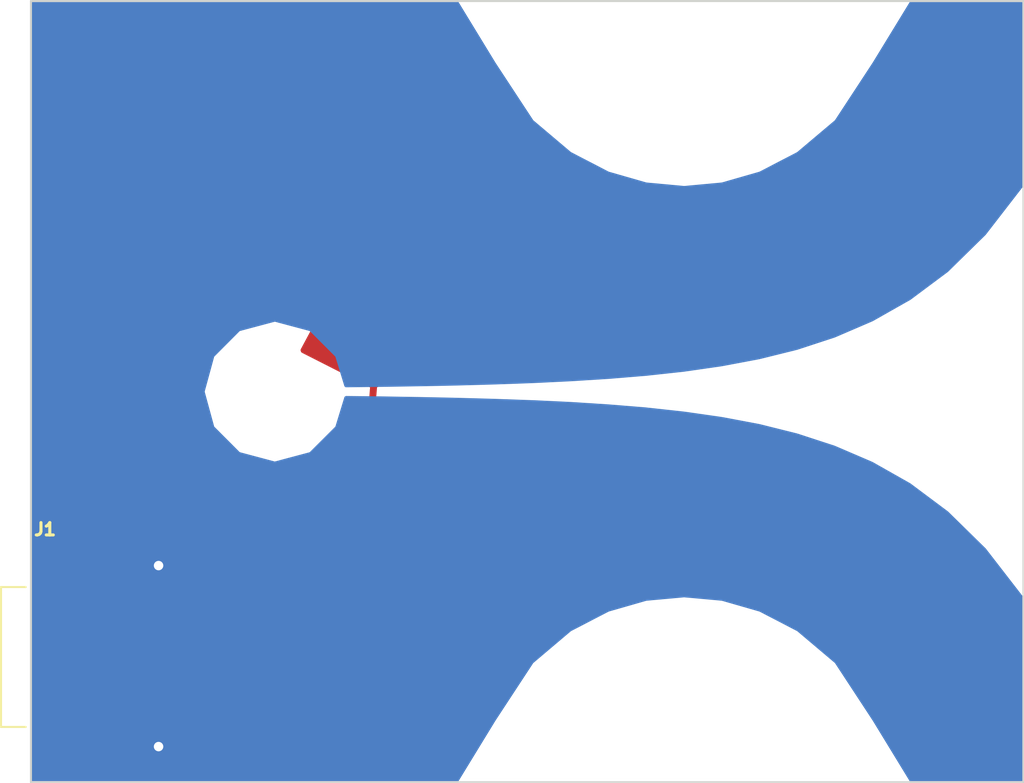
<source format=kicad_pcb>
(kicad_pcb (version 3) (host pcbnew "(2023)-stable")

  (general
    (links 3)
    (no_connects 0)
    (area 176.777649 117.627399 226.812607 156.536492)
    (thickness 1.6)
    (drawings 5)
    (tracks 6)
    (zones 0)
    (modules 1)
    (nets 3)
  )

  (page A3)
  (layers
    (15 F.Cu signal)
    (0 B.Cu signal)
    (16 B.Adhes user)
    (17 F.Adhes user)
    (18 B.Paste user)
    (19 F.Paste user)
    (20 B.SilkS user)
    (21 F.SilkS user)
    (22 B.Mask user)
    (23 F.Mask user)
    (24 Dwgs.User user)
    (25 Cmts.User user)
    (26 Eco1.User user)
    (27 Eco2.User user)
    (28 Edge.Cuts user)
  )

  (setup
    (last_trace_width 0.254)
    (trace_clearance 0.254)
    (zone_clearance 0)
    (zone_45_only no)
    (trace_min 0.254)
    (segment_width 0.2)
    (edge_width 0.1)
    (via_size 0.889)
    (via_drill 0.635)
    (via_min_size 0.889)
    (via_min_drill 0.508)
    (user_via 0.97 0.46)
    (uvia_size 0.508)
    (uvia_drill 0.127)
    (uvias_allowed no)
    (uvia_min_size 0.508)
    (uvia_min_drill 0.127)
    (pcb_text_width 0.3)
    (pcb_text_size 1.5 1.5)
    (mod_edge_width 0.15)
    (mod_text_size 1 1)
    (mod_text_width 0.15)
    (pad_size 1.5 1.5)
    (pad_drill 0.6)
    (pad_to_mask_clearance 0)
    (aux_axis_origin 0 0)
    (visible_elements FFFFFFBF)
    (pcbplotparams
      (layerselection 271613953)
      (usegerberextensions true)
      (excludeedgelayer true)
      (linewidth 0.150000)
      (plotframeref false)
      (viasonmask false)
      (mode 1)
      (useauxorigin false)
      (hpglpennumber 1)
      (hpglpenspeed 20)
      (hpglpendiameter 15)
      (hpglpenoverlay 2)
      (psnegative false)
      (psa4output false)
      (plotreference true)
      (plotvalue true)
      (plotothertext true)
      (plotinvisibletext false)
      (padsonsilk false)
      (subtractmaskfromsilk false)
      (outputformat 1)
      (mirror false)
      (drillshape 0)
      (scaleselection 1)
      (outputdirectory ../BOM/))
  )

  (net 0 "")
  (net 1 GND)
  (net 2 N-00000240)

  (net_class Default "This is the default net class."
    (clearance 0.254)
    (trace_width 0.254)
    (via_dia 0.889)
    (via_drill 0.635)
    (uvia_dia 0.508)
    (uvia_drill 0.127)
    (add_net "")
    (add_net GND)
    (add_net N-00000240)
  )

  (module SMA_H (layer F.Cu) (tedit 59F73991) (tstamp 59F78F12)
    (at 181.08168 149.57298 180)
    (path /55F3CC96/55F2FD83)
    (attr smd)
    (fp_text reference J1 (at 1.85928 6.20522 180) (layer F.SilkS)
      (effects (font (size 0.6 0.6) (thickness 0.15)))
    )
    (fp_text value SMA_H (at 0 6.096 180) (layer F.SilkS) hide
      (effects (font (size 1 1) (thickness 0.2)))
    )
    (fp_line (start 4.0005 -3.40106) (end 4.0005 3.40106) (layer F.SilkS) (width 0.09906))
    (fp_line (start 4.0005 3.40106) (end 2.79908 3.40106) (layer F.SilkS) (width 0.09906))
    (fp_line (start 2.79908 -3.40106) (end 3.99796 -3.40106) (layer F.SilkS) (width 0.09906))
    (pad 3 smd rect (at 0 -4.1 180) (size 5 1.49606)
      (layers F.Cu F.Paste F.Mask)
      (net 1 GND)
      (clearance 0.19558)
    )
    (pad 4 smd rect (at 0 4.1 180) (size 5 1.49606)
      (layers B.Cu B.Paste B.Mask)
      (net 1 GND)
      (clearance 0.19558)
    )
    (pad 2 smd rect (at 0 4.1 180) (size 5 1.49606)
      (layers F.Cu F.Paste F.Mask)
      (net 1 GND)
      (clearance 0.19558)
    )
    (pad 5 smd rect (at 0 -4.1 180) (size 5 1.49606)
      (layers B.Cu B.Paste B.Mask)
      (net 1 GND)
      (clearance 0.19558)
    )
    (pad 1 smd rect (at 1.25 0 180) (size 2.5 0.6985)
      (layers F.Cu F.Paste F.Mask)
      (net 2 N-00000240)
      (clearance 0.19558)
    )
    (model walter/conn_rf/sma_smd_73251-135x.wrl
      (at (xyz 0.09 0 0.02))
      (scale (xyz 1 1 1))
      (rotate (xyz 180 90 0))
    )
  )

  (gr_line (start 226.762606 117.6774) (end 226.762606 117.6774) (angle 90) (layer Edge.Cuts) (width 0.1))
  (gr_line (start 226.762606 155.662652) (end 226.762606 117.6774) (angle 90) (layer Edge.Cuts) (width 0.1))
  (gr_line (start 178.5358 155.662652) (end 226.762606 155.662652) (angle 90) (layer Edge.Cuts) (width 0.1))
  (gr_line (start 178.5358 117.6774) (end 178.5358 155.662652) (angle 90) (layer Edge.Cuts) (width 0.1))
  (gr_line (start 226.762606 117.6774) (end 178.5358 117.6774) (angle 90) (layer Edge.Cuts) (width 0.1))

  (segment (start 181.08168 153.67298) (end 181.33778 153.92908) (width 0.254) (layer F.Cu) (net 1))
  (via (at 184.73674 153.92908) (size 0.97) (drill 0.46) (layers F.Cu B.Cu) (net 1))
  (segment (start 181.33778 153.92908) (end 184.73674 153.92908) (width 0.254) (layer F.Cu) (net 1) (tstamp 59F78F4A))
  (segment (start 181.08168 145.47298) (end 181.4216 145.13306) (width 0.254) (layer B.Cu) (net 1))
  (via (at 184.73674 145.12798) (size 0.97) (drill 0.46) (layers F.Cu B.Cu) (net 1))
  (segment (start 181.4216 145.13306) (end 184.73674 145.12798) (width 0.254) (layer B.Cu) (net 1) (tstamp 59F78F46))

  (zone (net 1) (net_name GND) (layer F.Cu) (tstamp 59F71A86) (hatch edge 0.508)
    (connect_pads yes (clearance 0))
    (min_thickness 0.03)
    (fill (arc_segments 16) (thermal_gap 0.03) (thermal_bridge_width 0.04))
    (polygon
      (pts
        (xy 185.237132 153.930475) (xy 184.289051 154.153714) (xy 183.635868 154.153714) (xy 183.635868 155.129357) (xy 178.5358 155.129357)
        (xy 178.5358 152.728837) (xy 183.635866 152.728837) (xy 183.635866 153.704477) (xy 184.289049 153.704477) (xy 185.235752 153.930475)
      )
    )
    (filled_polygon
      (pts
        (xy 185.233986 153.945475) (xy 185.107982 153.945475) (xy 184.287309 154.138714) (xy 183.620868 154.138714) (xy 183.620868 155.114357)
        (xy 178.6008 155.114357) (xy 178.6008 152.743837) (xy 183.620866 152.743837) (xy 183.620866 153.719477) (xy 184.287283 153.719477)
        (xy 185.233986 153.945475)
      )
    )
  )
  (zone (net 2) (net_name N-00000240) (layer F.Cu) (tstamp 59F71A86) (hatch edge 0.508)
    (connect_pads yes (clearance 0))
    (min_thickness 0.03)
    (fill (arc_segments 16) (thermal_gap 0.03) (thermal_bridge_width 0.04))
    (polygon
      (pts
        (xy 198.727971 134.66436) (xy 198.707301 134.73464) (xy 198.675611 134.77322) (xy 195.353194 136.459921) (xy 195.180941 138.481483)
        (xy 195.176841 138.504913) (xy 195.169941 138.535233) (xy 195.164441 138.606893) (xy 195.161641 138.616493) (xy 194.65315 140.69731)
        (xy 194.64905 140.70691) (xy 193.816724 142.680241) (xy 193.811224 142.691261) (xy 192.671598 144.513009) (xy 192.666098 144.521309)
        (xy 191.252245 146.148755) (xy 191.245345 146.155655) (xy 189.587581 147.544705) (xy 189.579281 147.550205) (xy 187.723083 148.667783)
        (xy 187.712059 148.671883) (xy 185.698766 149.490429) (xy 185.690496 149.493229) (xy 183.572472 149.993451) (xy 183.562832 149.996251)
        (xy 181.505442 150.154724) (xy 181.455833 150.138184) (xy 181.448943 150.129884) (xy 178.5358 150.129884) (xy 178.5358 149.030221)
        (xy 178.535833 149.030269) (xy 181.635009 149.030269) (xy 181.635009 149.042669) (xy 183.518768 148.909001) (xy 185.602341 148.445985)
        (xy 187.579806 147.689449) (xy 189.407065 146.658687) (xy 191.034512 145.375747) (xy 192.426317 143.872322) (xy 193.54665 142.18562)
        (xy 194.365197 140.361116) (xy 194.854395 138.481491) (xy 195.014246 136.462686) (xy 191.691822 134.774612) (xy 191.660132 134.736022)
        (xy 191.636702 134.665742) (xy 191.642202 134.616132) (xy 193.709239 130.757664) (xy 193.765739 130.724594) (xy 196.601713 130.724594)
        (xy 196.658213 130.757664) (xy 198.723871 134.61751)
      )
    )
    (filled_polygon
      (pts
        (xy 198.712781 134.662845) (xy 198.693772 134.727478) (xy 198.666016 134.761269) (xy 195.338957 136.450326) (xy 195.166051 138.47955)
        (xy 195.162131 138.501954) (xy 195.15507 138.532983) (xy 195.149604 138.60419) (xy 195.147148 138.612611) (xy 194.638871 140.692552)
        (xy 194.635242 140.70105) (xy 193.803089 142.673971) (xy 193.798125 142.683917) (xy 192.658986 144.504887) (xy 192.654134 144.512209)
        (xy 191.241266 146.13852) (xy 191.235205 146.144582) (xy 189.578593 147.532666) (xy 189.571266 147.537522) (xy 187.716544 148.654211)
        (xy 187.706619 148.657903) (xy 185.693531 149.476365) (xy 185.686358 149.478794) (xy 183.568654 149.97894) (xy 183.560136 149.981414)
        (xy 181.507312 150.139536) (xy 181.46464 150.125308) (xy 181.455986 150.114884) (xy 178.6008 150.114884) (xy 178.6008 149.045269)
        (xy 181.620009 149.045269) (xy 181.620009 149.058771) (xy 183.520938 148.923885) (xy 185.606671 148.460389) (xy 187.586206 147.703061)
        (xy 189.415443 146.671183) (xy 191.044721 145.386799) (xy 192.438144 143.881627) (xy 193.559829 142.192889) (xy 194.379397 140.36611)
        (xy 194.869244 138.483991) (xy 195.029992 136.453861) (xy 191.701419 134.762663) (xy 191.673485 134.728646) (xy 191.651974 134.664122)
        (xy 191.656792 134.620663) (xy 193.720465 130.768474) (xy 193.769806 130.739594) (xy 196.597646 130.739594) (xy 196.646984 130.768472)
        (xy 198.709196 134.621879) (xy 198.712781 134.662845)
      )
    )
  )
  (zone (net 1) (net_name GND) (layer F.Cu) (tstamp 59F71A86) (hatch edge 0.508)
    (connect_pads yes (clearance 0))
    (min_thickness 0.03)
    (fill (arc_segments 16) (thermal_gap 0.03) (thermal_bridge_width 0.04))
    (polygon
      (pts
        (xy 185.237132 145.129032) (xy 184.289051 145.355028) (xy 183.635868 145.355028) (xy 183.635868 146.330669) (xy 178.5358 146.330669)
        (xy 178.5358 143.930152) (xy 178.535798 143.930151) (xy 183.635866 143.930151) (xy 183.635866 144.905792) (xy 184.287671 144.905792)
        (xy 185.235752 145.129032)
      )
    )
    (filled_polygon
      (pts
        (xy 185.23401 145.144032) (xy 185.109515 145.144032) (xy 184.287288 145.340028) (xy 183.620868 145.340028) (xy 183.620868 146.315669)
        (xy 178.6008 146.315669) (xy 178.6008 143.945151) (xy 183.620866 143.945151) (xy 183.620866 144.920792) (xy 184.285929 144.920792)
        (xy 185.23401 145.144032)
      )
    )
  )
  (zone (net 1) (net_name GND) (layer B.Cu) (tstamp 59F71ADD) (hatch edge 0.508)
    (connect_pads yes (clearance 0))
    (min_thickness 0.03)
    (fill (arc_segments 16) (thermal_gap 0.03) (thermal_bridge_width 0.04))
    (polygon
      (pts
        (xy 226.762606 126.655071) (xy 226.748816 126.693656) (xy 224.93258 129.043188) (xy 224.92848 129.048688) (xy 223.102598 130.841498)
        (xy 223.097098 130.846998) (xy 221.271213 132.208486) (xy 221.262913 132.212586) (xy 219.437031 133.247482) (xy 219.431531 133.248882)
        (xy 217.605649 134.034356) (xy 217.600149 134.037156) (xy 215.772888 134.635219) (xy 215.768788 134.636619) (xy 213.940152 135.08999)
        (xy 213.934652 135.09139) (xy 212.106015 135.435897) (xy 212.104615 135.435897) (xy 210.273221 135.700477) (xy 210.270421 135.700477)
        (xy 208.441783 135.898913) (xy 208.438983 135.898913) (xy 206.610345 136.050495) (xy 206.607545 136.050495) (xy 204.776151 136.164871)
        (xy 202.944756 136.254441) (xy 201.113362 136.320581) (xy 201.110562 136.320581) (xy 199.279167 136.371571) (xy 197.447773 136.408781)
        (xy 195.616379 136.437721) (xy 193.831837 136.459771) (xy 193.769827 136.414301) (xy 193.32886 134.97151) (xy 192.083126 133.724398)
        (xy 190.384022 133.26965) (xy 188.682162 133.724398) (xy 187.440562 134.97151) (xy 186.983058 136.649943) (xy 186.983058 136.691283)
        (xy 187.440562 138.369717) (xy 188.682162 139.614073) (xy 190.384022 140.06882) (xy 192.083126 139.614073) (xy 193.32886 138.369717)
        (xy 193.771205 136.925547) (xy 193.831835 136.881447) (xy 195.616377 136.902117) (xy 197.447771 136.932437) (xy 199.279165 136.971027)
        (xy 201.113316 137.022017) (xy 202.94471 137.086787) (xy 204.776108 137.173607) (xy 204.778908 137.173607) (xy 206.610302 137.290739)
        (xy 208.441641 137.439618) (xy 208.443041 137.441018) (xy 210.273057 137.640831) (xy 210.274457 137.640831) (xy 212.104473 137.902656)
        (xy 212.105873 137.902656) (xy 213.935889 138.247162) (xy 213.939989 138.248562) (xy 215.768626 138.704688) (xy 215.771426 138.706088)
        (xy 217.600066 139.302773) (xy 217.605566 139.305573) (xy 219.431447 140.089669) (xy 219.436947 140.092469) (xy 221.264204 141.127365)
        (xy 221.271104 141.131465) (xy 223.096989 142.495708) (xy 223.102489 142.499808) (xy 224.92837 144.292617) (xy 224.93387 144.298117)
        (xy 226.748727 146.644893) (xy 226.762517 146.683473) (xy 226.762517 155.599292) (xy 226.699127 155.662682) (xy 221.304161 155.661282)
        (xy 221.247661 155.632352) (xy 219.43418 152.659954) (xy 217.602788 149.866697) (xy 215.768637 148.31642) (xy 213.937241 147.364205)
        (xy 212.105849 146.8378) (xy 210.273076 146.671059) (xy 208.441682 146.8378) (xy 206.610287 147.364205) (xy 204.776137 148.31642)
        (xy 202.944743 149.866697) (xy 201.113349 152.659954) (xy 199.298491 155.630972) (xy 199.243371 155.662652) (xy 178.5358 155.662652)
        (xy 178.535796 155.662653) (xy 178.535796 117.677412) (xy 199.243367 117.677412) (xy 199.299837 117.707736) (xy 201.110562 120.678756)
        (xy 202.944712 123.473389) (xy 204.776106 125.022288) (xy 206.610256 125.974503) (xy 208.441651 126.500908) (xy 210.273045 126.670406)
        (xy 212.105818 126.500908) (xy 213.937212 125.974503) (xy 215.768606 125.022288) (xy 217.602759 123.473389) (xy 219.434149 120.678756)
        (xy 221.24913 117.70756) (xy 221.30425 117.677243) (xy 226.699216 117.677243) (xy 226.762606 117.740632)
      )
    )
    (filled_polygon
      (pts
        (xy 226.697606 155.597652) (xy 221.244062 155.597652) (xy 219.446858 152.651933) (xy 217.614136 149.856649) (xy 215.777042 148.303884)
        (xy 213.942828 147.350204) (xy 212.108625 146.822991) (xy 210.273075 146.655997) (xy 208.438905 146.822991) (xy 206.604704 147.350202)
        (xy 204.767731 148.303883) (xy 202.933391 149.856653) (xy 201.100673 152.65193) (xy 199.301267 155.597652) (xy 178.6008 155.597652)
        (xy 178.6008 117.7424) (xy 199.303397 117.7424) (xy 201.097884 120.686777) (xy 202.933365 123.483438) (xy 204.767703 125.034826)
        (xy 206.604673 125.988506) (xy 208.438863 126.515714) (xy 210.273044 126.68547) (xy 212.108605 126.515714) (xy 213.942799 125.988504)
        (xy 215.777008 125.034826) (xy 217.614107 123.483439) (xy 219.446826 120.686779) (xy 221.245424 117.7424) (xy 226.697606 117.7424)
        (xy 226.697606 126.735376) (xy 224.920632 129.034118) (xy 224.917145 129.038795) (xy 223.09204 130.830843) (xy 223.08726 130.835623)
        (xy 221.263343 132.195643) (xy 221.255887 132.199326) (xy 219.431383 133.233441) (xy 219.426687 133.234637) (xy 217.599276 134.020769)
        (xy 217.594379 134.023262) (xy 215.768131 134.620993) (xy 215.764552 134.622215) (xy 213.936497 135.075442) (xy 213.93141 135.076737)
        (xy 212.104614 135.420897) (xy 212.103537 135.420897) (xy 210.272143 135.685477) (xy 210.26961 135.685477) (xy 208.440972 135.883913)
        (xy 208.438362 135.883913) (xy 206.609724 136.035495) (xy 206.607077 136.035495) (xy 204.775317 136.149894) (xy 202.944119 136.239454)
        (xy 201.113091 136.305581) (xy 201.110353 136.305581) (xy 199.278806 136.356575) (xy 197.447502 136.393783) (xy 195.616168 136.422722)
        (xy 193.836664 136.44471) (xy 193.782715 136.405151) (xy 193.342113 134.963553) (xy 192.090893 133.710949) (xy 190.384025 133.254123)
        (xy 188.674384 133.71095) (xy 187.427133 134.963738) (xy 186.968058 136.647935) (xy 186.968058 136.693291) (xy 187.427136 138.377497)
        (xy 188.674393 139.627523) (xy 190.384025 140.084347) (xy 192.090885 139.627524) (xy 193.342107 138.377686) (xy 193.78408 136.93473)
        (xy 193.836635 136.896504) (xy 195.616166 136.917116) (xy 197.447489 136.947434) (xy 199.278799 136.986023) (xy 201.112842 137.03701)
        (xy 202.94409 137.101774) (xy 204.775753 137.188607) (xy 204.778429 137.188607) (xy 206.609216 137.3057) (xy 208.434932 137.454122)
        (xy 208.436166 137.455357) (xy 210.272241 137.655831) (xy 210.273389 137.655831) (xy 212.103405 137.917656) (xy 212.104473 137.917656)
        (xy 213.932058 138.261704) (xy 213.935743 138.262962) (xy 215.763394 138.718843) (xy 215.765714 138.720003) (xy 217.594302 139.316671)
        (xy 217.599197 139.319163) (xy 219.425078 140.103259) (xy 219.429845 140.105685) (xy 221.256676 141.14034) (xy 221.26276 141.143956)
        (xy 223.088017 142.507729) (xy 223.092707 142.511225) (xy 224.917812 144.303272) (xy 224.922588 144.308049) (xy 226.697606 146.603308)
        (xy 226.697606 155.597652)
      )
    )
  )
)

</source>
